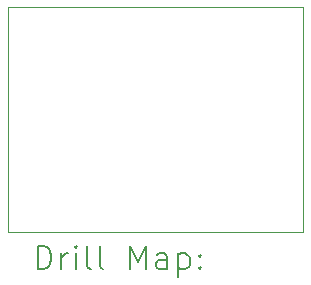
<source format=gbr>
%FSLAX45Y45*%
G04 Gerber Fmt 4.5, Leading zero omitted, Abs format (unit mm)*
G04 Created by KiCad (PCBNEW (6.0.5)) date 2024-07-06 21:04:16*
%MOMM*%
%LPD*%
G01*
G04 APERTURE LIST*
%TA.AperFunction,Profile*%
%ADD10C,0.100000*%
%TD*%
%ADD11C,0.200000*%
G04 APERTURE END LIST*
D10*
X13800000Y-9150000D02*
X16300000Y-9150000D01*
X16300000Y-9150000D02*
X16300000Y-11050000D01*
X16300000Y-11050000D02*
X13800000Y-11050000D01*
X13800000Y-11050000D02*
X13800000Y-9150000D01*
D11*
X14052619Y-11365476D02*
X14052619Y-11165476D01*
X14100238Y-11165476D01*
X14128809Y-11175000D01*
X14147857Y-11194048D01*
X14157381Y-11213095D01*
X14166905Y-11251190D01*
X14166905Y-11279762D01*
X14157381Y-11317857D01*
X14147857Y-11336905D01*
X14128809Y-11355952D01*
X14100238Y-11365476D01*
X14052619Y-11365476D01*
X14252619Y-11365476D02*
X14252619Y-11232143D01*
X14252619Y-11270238D02*
X14262143Y-11251190D01*
X14271667Y-11241667D01*
X14290714Y-11232143D01*
X14309762Y-11232143D01*
X14376428Y-11365476D02*
X14376428Y-11232143D01*
X14376428Y-11165476D02*
X14366905Y-11175000D01*
X14376428Y-11184524D01*
X14385952Y-11175000D01*
X14376428Y-11165476D01*
X14376428Y-11184524D01*
X14500238Y-11365476D02*
X14481190Y-11355952D01*
X14471667Y-11336905D01*
X14471667Y-11165476D01*
X14605000Y-11365476D02*
X14585952Y-11355952D01*
X14576428Y-11336905D01*
X14576428Y-11165476D01*
X14833571Y-11365476D02*
X14833571Y-11165476D01*
X14900238Y-11308333D01*
X14966905Y-11165476D01*
X14966905Y-11365476D01*
X15147857Y-11365476D02*
X15147857Y-11260714D01*
X15138333Y-11241667D01*
X15119286Y-11232143D01*
X15081190Y-11232143D01*
X15062143Y-11241667D01*
X15147857Y-11355952D02*
X15128809Y-11365476D01*
X15081190Y-11365476D01*
X15062143Y-11355952D01*
X15052619Y-11336905D01*
X15052619Y-11317857D01*
X15062143Y-11298809D01*
X15081190Y-11289286D01*
X15128809Y-11289286D01*
X15147857Y-11279762D01*
X15243095Y-11232143D02*
X15243095Y-11432143D01*
X15243095Y-11241667D02*
X15262143Y-11232143D01*
X15300238Y-11232143D01*
X15319286Y-11241667D01*
X15328809Y-11251190D01*
X15338333Y-11270238D01*
X15338333Y-11327381D01*
X15328809Y-11346428D01*
X15319286Y-11355952D01*
X15300238Y-11365476D01*
X15262143Y-11365476D01*
X15243095Y-11355952D01*
X15424048Y-11346428D02*
X15433571Y-11355952D01*
X15424048Y-11365476D01*
X15414524Y-11355952D01*
X15424048Y-11346428D01*
X15424048Y-11365476D01*
X15424048Y-11241667D02*
X15433571Y-11251190D01*
X15424048Y-11260714D01*
X15414524Y-11251190D01*
X15424048Y-11241667D01*
X15424048Y-11260714D01*
M02*

</source>
